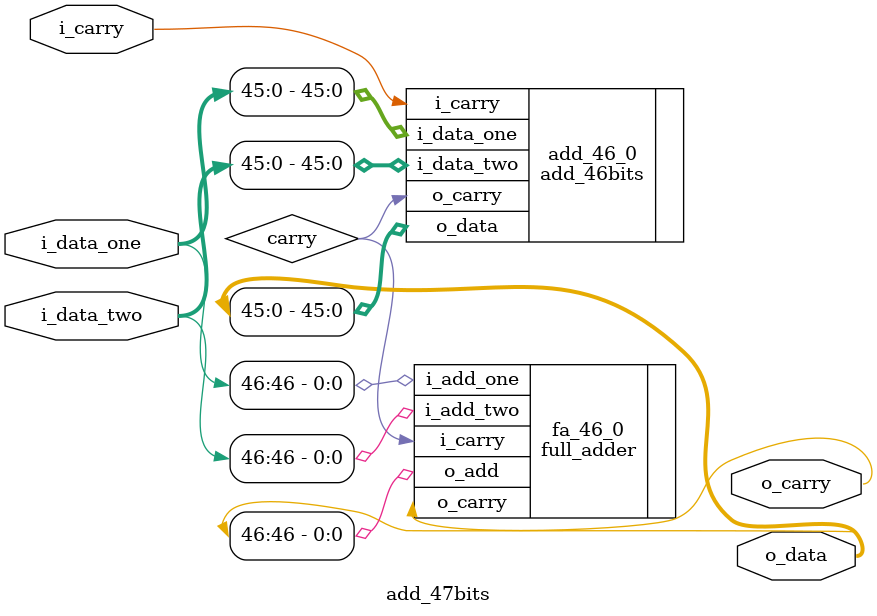
<source format=sv>
module add_47bits(
  input logic  [46:0] i_data_one,
  input logic  [46:0] i_data_two,
  input logic         i_carry,
  
  output logic [46:0] o_data,
  output logic        o_carry
);

  logic carry;

  add_46bits add_46_0(
    .i_data_one (i_data_one[45:0]),
    .i_data_two (i_data_two[45:0]),
    .i_carry    (i_carry),
    .o_data     (o_data[45:0]),
    .o_carry    (carry)
  );
  
  full_adder fa_46_0(
    .i_add_one (i_data_one[46]),
    .i_add_two (i_data_two[46]),
    .i_carry   (carry),
    .o_add     (o_data[46]),
    .o_carry   (o_carry)
  );

endmodule
</source>
